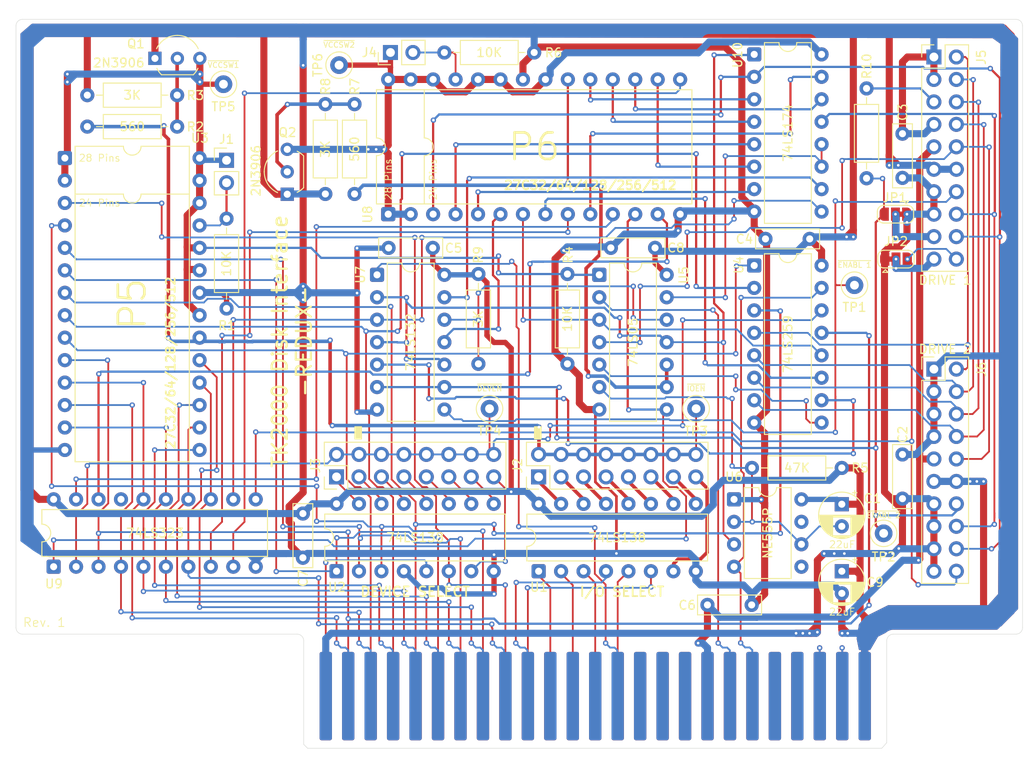
<source format=kicad_pcb>
(kicad_pcb
	(version 20241229)
	(generator "pcbnew")
	(generator_version "9.0")
	(general
		(thickness 1.6)
		(legacy_teardrops no)
	)
	(paper "A4")
	(layers
		(0 "F.Cu" signal)
		(2 "B.Cu" signal)
		(9 "F.Adhes" user "F.Adhesive")
		(11 "B.Adhes" user "B.Adhesive")
		(13 "F.Paste" user)
		(15 "B.Paste" user)
		(5 "F.SilkS" user "F.Silkscreen")
		(7 "B.SilkS" user "B.Silkscreen")
		(1 "F.Mask" user)
		(3 "B.Mask" user)
		(17 "Dwgs.User" user "User.Drawings")
		(19 "Cmts.User" user "User.Comments")
		(21 "Eco1.User" user "User.Eco1")
		(23 "Eco2.User" user "User.Eco2")
		(25 "Edge.Cuts" user)
		(27 "Margin" user)
		(31 "F.CrtYd" user "F.Courtyard")
		(29 "B.CrtYd" user "B.Courtyard")
		(35 "F.Fab" user)
		(33 "B.Fab" user)
		(39 "User.1" user)
		(41 "User.2" user)
		(43 "User.3" user)
		(45 "User.4" user)
	)
	(setup
		(pad_to_mask_clearance 0)
		(allow_soldermask_bridges_in_footprints no)
		(tenting front back)
		(pcbplotparams
			(layerselection 0x00000000_00000000_55555555_5755f5ff)
			(plot_on_all_layers_selection 0x00000000_00000000_00000000_00000000)
			(disableapertmacros no)
			(usegerberextensions no)
			(usegerberattributes yes)
			(usegerberadvancedattributes yes)
			(creategerberjobfile yes)
			(dashed_line_dash_ratio 12.000000)
			(dashed_line_gap_ratio 3.000000)
			(svgprecision 4)
			(plotframeref no)
			(mode 1)
			(useauxorigin no)
			(hpglpennumber 1)
			(hpglpenspeed 20)
			(hpglpendiameter 15.000000)
			(pdf_front_fp_property_popups yes)
			(pdf_back_fp_property_popups yes)
			(pdf_metadata yes)
			(pdf_single_document no)
			(dxfpolygonmode yes)
			(dxfimperialunits yes)
			(dxfusepcbnewfont yes)
			(psnegative no)
			(psa4output no)
			(plot_black_and_white yes)
			(sketchpadsonfab no)
			(plotpadnumbers no)
			(hidednponfab no)
			(sketchdnponfab yes)
			(crossoutdnponfab yes)
			(subtractmaskfromsilk no)
			(outputformat 1)
			(mirror no)
			(drillshape 0)
			(scaleselection 1)
			(outputdirectory "gerbers/")
		)
	)
	(net 0 "")
	(net 1 "-12V")
	(net 2 "GND")
	(net 3 "+5V")
	(net 4 "Net-(U6-THR)")
	(net 5 "+12V")
	(net 6 "Net-(J1-Pin_2)")
	(net 7 "~{IOSEL}")
	(net 8 "Net-(J2-Pin_5)")
	(net 9 "Net-(J2-Pin_7)")
	(net 10 "/VCC_SWITCHED_1")
	(net 11 "Net-(J2-Pin_15)")
	(net 12 "Net-(J2-Pin_3)")
	(net 13 "Net-(J2-Pin_9)")
	(net 14 "Net-(J2-Pin_11)")
	(net 15 "Net-(J2-Pin_13)")
	(net 16 "Net-(J2-Pin_1)")
	(net 17 "Net-(J3-Pin_11)")
	(net 18 "Net-(J3-Pin_5)")
	(net 19 "Net-(J3-Pin_7)")
	(net 20 "Net-(J3-Pin_9)")
	(net 21 "Net-(J3-Pin_1)")
	(net 22 "Net-(J3-Pin_13)")
	(net 23 "Net-(J3-Pin_15)")
	(net 24 "Net-(J3-Pin_3)")
	(net 25 "Net-(J4-Pin_2)")
	(net 26 "/PH1")
	(net 27 "/PH0")
	(net 28 "/WR DATA")
	(net 29 "/W PROT")
	(net 30 "/RD DATA")
	(net 31 "/PH2")
	(net 32 "/PH3")
	(net 33 "Net-(J5-Pin_17)")
	(net 34 "/WR REQ")
	(net 35 "Net-(J5-Pin_19)")
	(net 36 "/~{ENBL 1}")
	(net 37 "Net-(J5-Pin_5)")
	(net 38 "/~{ENBL 2}")
	(net 39 "A12")
	(net 40 "D0")
	(net 41 "A10")
	(net 42 "A3")
	(net 43 "A14")
	(net 44 "D3")
	(net 45 "unconnected-(P1-Pin_40-Pad40)")
	(net 46 "2M")
	(net 47 "~{RESET}")
	(net 48 "unconnected-(P1-Pin_30-Pad30)")
	(net 49 "A4")
	(net 50 "~{EXTC}")
	(net 51 "unconnected-(P1-Pin_18-Pad18)")
	(net 52 "unconnected-(P1-Pin_38-Pad38)")
	(net 53 "D1")
	(net 54 "unconnected-(P1-Pin_29-Pad29)")
	(net 55 "A0")
	(net 56 "A15")
	(net 57 "D6")
	(net 58 "unconnected-(P1-Pin_36-Pad36)")
	(net 59 "A5")
	(net 60 "unconnected-(P1-Pin_22-Pad22)")
	(net 61 "~{EXTE}")
	(net 62 "Net-(P1-Pin_24)")
	(net 63 "~{EXT8}")
	(net 64 "unconnected-(P1-Pin_34-Pad34)")
	(net 65 "A8")
	(net 66 "D2")
	(net 67 "A2")
	(net 68 "D7")
	(net 69 "A7")
	(net 70 "Net-(P1-Pin_23)")
	(net 71 "A6")
	(net 72 "unconnected-(P1-Pin_21-Pad21)")
	(net 73 "~{EXT_MEM}")
	(net 74 "D4")
	(net 75 "D5")
	(net 76 "A9")
	(net 77 "A13")
	(net 78 "A11")
	(net 79 "unconnected-(P1-Pin_39-Pad39)")
	(net 80 "~{EXT6}")
	(net 81 "A1")
	(net 82 "Net-(Q1-B)")
	(net 83 "Net-(Q2-B)")
	(net 84 "Net-(U8-~{CE})")
	(net 85 "Net-(R9-Pad2)")
	(net 86 "Net-(U4-Q6)")
	(net 87 "Net-(U4-Q5)")
	(net 88 "Net-(U4-Q7)")
	(net 89 "Net-(U4-Q4)")
	(net 90 "Net-(U10-D3)")
	(net 91 "Net-(U8-D1)")
	(net 92 "Net-(U10-~{Mr})")
	(net 93 "Net-(U8-A4)")
	(net 94 "Net-(U10-Q3)")
	(net 95 "Net-(U10-Cp)")
	(net 96 "Net-(U8-D3)")
	(net 97 "Net-(U10-Q5)")
	(net 98 "Net-(U10-Q2)")
	(net 99 "Net-(U8-A1)")
	(net 100 "Net-(U10-D2)")
	(net 101 "Net-(U8-D0)")
	(net 102 "Net-(U10-Q1)")
	(net 103 "unconnected-(U6-DIS-Pad7)")
	(net 104 "Net-(U10-D0)")
	(net 105 "unconnected-(U6-CV-Pad5)")
	(net 106 "Net-(U10-D5)")
	(net 107 "Net-(U8-D2)")
	(net 108 "Net-(U10-D1)")
	(net 109 "unconnected-(U9-Q7-Pad17)")
	(net 110 "/VCC_SWITCHED_2")
	(net 111 "/~{IOEN}")
	(net 112 "/~{DEVEN}")
	(footprint "Connector_PinHeader_2.54mm:PinHeader_1x02_P2.54mm_Vertical" (layer "F.Cu") (at 69.565185 66.517185))
	(footprint "TestPoint:TestPoint_Loop_D1.80mm_Drill1.0mm_Beaded" (layer "F.Cu") (at 122.682 94.615))
	(footprint "Capacitor_THT:C_Rect_L7.0mm_W2.0mm_P5.00mm" (layer "F.Cu") (at 118.034185 76.423185 180))
	(footprint "Resistor_THT:R_Axial_DIN0207_L6.3mm_D2.5mm_P10.16mm_Horizontal" (layer "F.Cu") (at 94.203185 54.325185))
	(footprint "TestPoint:TestPoint_Loop_D1.80mm_Drill1.0mm_Beaded" (layer "F.Cu") (at 82.296 55.753))
	(footprint "Connector_PinHeader_2.54mm:PinHeader_1x02_P2.54mm_Vertical" (layer "F.Cu") (at 88.107185 54.325185 90))
	(footprint "Capacitor_THT:CP_Radial_D5.0mm_P2.50mm" (layer "F.Cu") (at 139.161185 112.999185 -90))
	(footprint "Resistor_THT:R_Axial_DIN0207_L6.3mm_D2.5mm_P10.16mm_Horizontal" (layer "F.Cu") (at 84.043185 60.167185 -90))
	(footprint "Capacitor_THT:C_Rect_L7.0mm_W2.0mm_P5.00mm" (layer "F.Cu") (at 146.019185 104.791185 90))
	(footprint "TestPoint:TestPoint_Loop_D1.80mm_Drill1.0mm_Beaded" (layer "F.Cu") (at 99.314 94.615))
	(footprint "Package_DIP:DIP-16_W7.62mm" (layer "F.Cu") (at 129.250185 54.539185))
	(footprint "Package_DIP:DIP-16_W7.62mm" (layer "F.Cu") (at 82.006185 112.994185 90))
	(footprint "Package_TO_SOT_THT:TO-92_Inline_Wide" (layer "F.Cu") (at 61.468 54.991))
	(footprint "Resistor_THT:R_Axial_DIN0207_L6.3mm_D2.5mm_P10.16mm_Horizontal" (layer "F.Cu") (at 141.955185 68.549185 90))
	(footprint "Capacitor_THT:CP_Radial_D5.0mm_P2.50mm" (layer "F.Cu") (at 139.156185 105.419185 -90))
	(footprint "Resistor_THT:R_Axial_DIN0207_L6.3mm_D2.5mm_P10.16mm_Horizontal" (layer "F.Cu") (at 53.817185 59.151185))
	(footprint "Package_DIP:DIP-16_W7.62mm" (layer "F.Cu") (at 104.866185 112.999185 90))
	(footprint "TK2000:DIP-28-24_W15.24mm" (layer "F.Cu") (at 87.853185 72.613185 90))
	(footprint "Package_DIP:DIP-14_W7.62mm" (layer "F.Cu") (at 111.729185 79.471185))
	(footprint "Resistor_THT:R_Axial_DIN0207_L6.3mm_D2.5mm_P10.16mm_Horizontal" (layer "F.Cu") (at 69.565185 73.121185 -90))
	(footprint "TestPoint:TestPoint_Loop_D1.80mm_Drill1.0mm_Beaded" (layer "F.Cu") (at 140.589 80.645))
	(footprint "Capacitor_THT:C_Rect_L7.0mm_W2.0mm_P5.00mm" (layer "F.Cu") (at 146.019185 68.509185 90))
	(footprint "Jumper:SolderJumper-3_P1.3mm_Bridged12_RoundedPad1.0x1.5mm" (layer "F.Cu") (at 145.287185 77.693185))
	(footprint "Resistor_THT:R_Axial_DIN0207_L6.3mm_D2.5mm_P10.16mm_Horizontal" (layer "F.Cu") (at 98.053185 79.382185 -90))
	(footprint "TK2000:DIP-28-24_W15.24mm" (layer "F.Cu") (at 51.277185 66.263185))
	(footprint "Capacitor_THT:C_Rect_L7.0mm_W2.0mm_P5.00mm" (layer "F.Cu") (at 135.525185 75.407185 180))
	(footprint "Capacitor_THT:C_Rect_L7.0mm_W2.0mm_P5.00mm" (layer "F.Cu") (at 78.201185 106.475185 -90))
	(footprint "Capacitor_THT:C_Rect_L7.0mm_W2.0mm_P5.00mm" (layer "F.Cu") (at 92.893185 76.428185 180))
	(footprint "Package_DIP:DIP-14_W7.62mm"
		(layer "F.Cu")
		(uuid "a0622b99-2d5e-4ed7-81b0-0f8cd8a25f7e")
		(at 86.588185 79.471185)
		(descr "14-lead though-hole mounted DIP package, row spacing 7.62mm (300 mils)")
		(tags "THT DIP DIL PDIP 2.54mm
... [378057 chars truncated]
</source>
